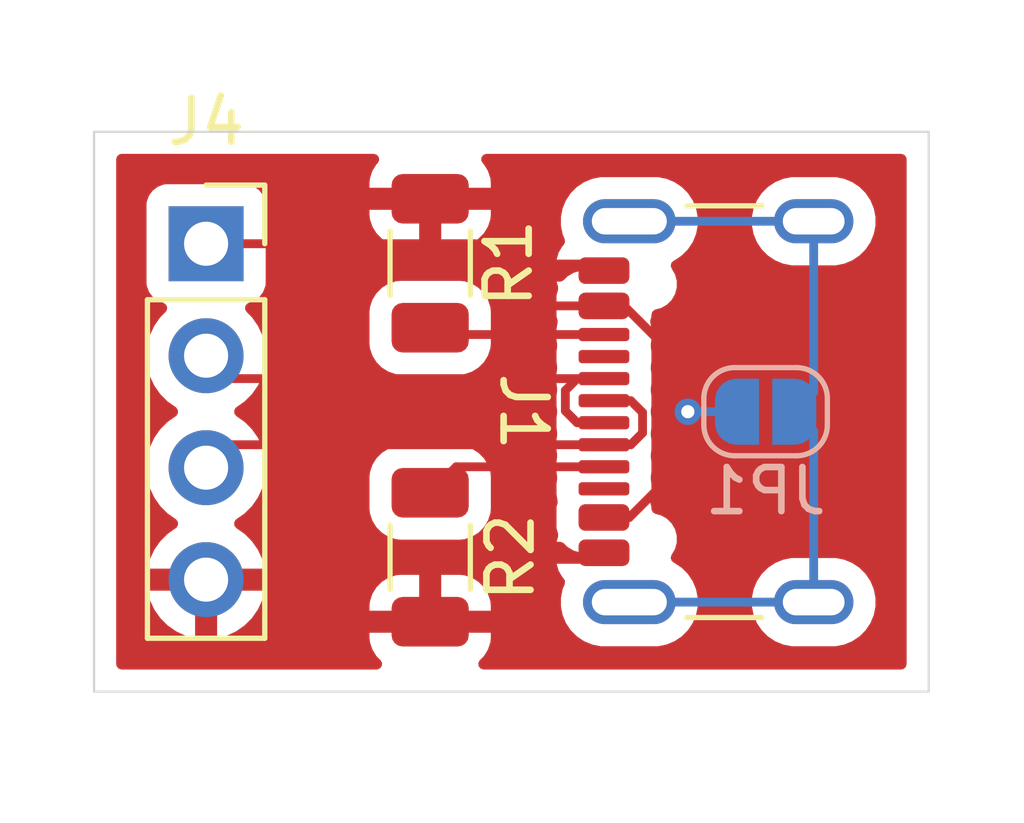
<source format=kicad_pcb>
(kicad_pcb (version 20240108) (generator "pcbnew") (generator_version "8.0")
  (layers (0 "F.Cu" signal) (31 "B.Cu" signal) (34 "B.Paste" user) (35 "F.Paste" user) (36 "B.SilkS" user "B.Silkscreen") (37 "F.SilkS" user "F.Silkscreen") (38 "B.Mask" user) (39 "F.Mask" user) (44 "Edge.Cuts" user))
  (net 0 "")
  (net 1 "V_{USB}")
  (net 2 "GND")
  (net 3 "Net-(J1-SHIELD)")
  (net 4 "USB_D+")
  (net 5 "Net-(J1-CC2)")
  (net 7 "USB_D-")
  (net 8 "Net-(J1-CC1)")
  (footprint "Connector_PinSocket_2.54mm:PinSocket_1x04_P2.54mm_Vertical" (layer "F.Cu") (at 156.21 67.31)
    (property "Reference" "J4" (at 0 -2.77 0) (layer "F.SilkS"))
    (property "Value" "Conn_01x04")
    (fp_line (start -1.33 1.27) (end -1.33 8.95) (stroke (width 0.12)) (layer "F.SilkS"))
    (fp_line (start -1.33 1.27) (end 1.33 1.27) (stroke (width 0.12)) (layer "F.SilkS"))
    (fp_line (start -1.33 8.95) (end 1.33 8.95) (stroke (width 0.12)) (layer "F.SilkS"))
    (fp_line (start 0 -1.33) (end 1.33 -1.33) (stroke (width 0.12)) (layer "F.SilkS"))
    (fp_line (start 1.33 -1.33) (end 1.33 0) (stroke (width 0.12)) (layer "F.SilkS"))
    (fp_line (start 1.33 1.27) (end 1.33 8.95) (stroke (width 0.12)) (layer "F.SilkS"))
    (pad "1" thru_hole rect (at 0 0) (size 1.7 1.7) (drill 1) (layers "*.Cu" "*.Mask") (net 1 "V_{USB}"))
    (pad "2" thru_hole oval (at 0 2.54) (size 1.7 1.7) (drill 1) (layers "*.Cu" "*.Mask") (net 4 "USB_D+"))
    (pad "3" thru_hole oval (at 0 5.08) (size 1.7 1.7) (drill 1) (layers "*.Cu" "*.Mask") (net 7 "USB_D-"))
    (pad "4" thru_hole oval (at 0 7.62) (size 1.7 1.7) (drill 1) (layers "*.Cu" "*.Mask") (net 2 "GND"))
  )
  (footprint "Connector_USB:USB_C_Receptacle_GCT_USB4105-xx-A_16P_TopMnt_Horizontal" (layer "F.Cu") (at 168.91 71.12 90)
    (property "Reference" "J1" (at 0 -5.5 -90) (layer "F.SilkS"))
    (property "Value" "USB_C_Port_USB2.0_16P")
    (fp_line (start 4.67 -0.1) (end 4.67 -1.8) (stroke (width 0.12)) (layer "F.SilkS"))
    (fp_line (start -4.67 -0.1) (end -4.67 -1.8) (stroke (width 0.12)) (layer "F.SilkS"))
    (pad "" np_thru_hole circle (at -2.89 -2.605 90) (size 0.65 0.65) (drill 0.65) (layers "F&B.Cu" "*.Mask"))
    (pad "" np_thru_hole circle (at 2.89 -2.605 90) (size 0.65 0.65) (drill 0.65) (layers "F&B.Cu" "*.Mask"))
    (pad "A1" smd roundrect (at -3.2 -3.68 90) (size 0.6 1.15) (layers "F.Cu" "F.Paste" "F.Mask") (net 2 "GND"))
    (pad "A4" smd roundrect (at -2.4 -3.68 90) (size 0.6 1.15) (layers "F.Cu" "F.Paste" "F.Mask") (net 1 "V_{USB}"))
    (pad "A5" smd roundrect (at -1.25 -3.679999 90) (size 0.3 1.15) (layers "F.Cu" "F.Paste" "F.Mask") (net 8 "Net-(J1-CC1)"))
    (pad "A6" smd roundrect (at -0.25 -3.68 90) (size 0.3 1.15) (layers "F.Cu" "F.Paste" "F.Mask") (net 4 "USB_D+"))
    (pad "A7" smd roundrect (at 0.25 -3.68 90) (size 0.3 1.15) (layers "F.Cu" "F.Paste" "F.Mask") (net 7 "USB_D-"))
    (pad "A8" smd roundrect (at 1.25 -3.679999 90) (size 0.3 1.15) (layers "F.Cu" "F.Paste" "F.Mask"))
    (pad "A9" smd roundrect (at 2.4 -3.68 90) (size 0.6 1.15) (layers "F.Cu" "F.Paste" "F.Mask") (net 1 "V_{USB}"))
    (pad "A12" smd roundrect (at 3.2 -3.68 90) (size 0.6 1.15) (layers "F.Cu" "F.Paste" "F.Mask") (net 2 "GND"))
    (pad "B1" smd roundrect (at 3.2 -3.68 90) (size 0.6 1.15) (layers "F.Cu" "F.Paste" "F.Mask") (net 2 "GND"))
    (pad "B4" smd roundrect (at 2.4 -3.68 90) (size 0.6 1.15) (layers "F.Cu" "F.Paste" "F.Mask") (net 1 "V_{USB}"))
    (pad "B5" smd roundrect (at 1.75 -3.68 90) (size 0.3 1.15) (layers "F.Cu" "F.Paste" "F.Mask") (net 5 "Net-(J1-CC2)"))
    (pad "B6" smd roundrect (at 0.75 -3.68 90) (size 0.3 1.15) (layers "F.Cu" "F.Paste" "F.Mask") (net 4 "USB_D+"))
    (pad "B7" smd roundrect (at -0.75 -3.68 90) (size 0.3 1.15) (layers "F.Cu" "F.Paste" "F.Mask") (net 7 "USB_D-"))
    (pad "B8" smd roundrect (at -1.75 -3.68 90) (size 0.3 1.15) (layers "F.Cu" "F.Paste" "F.Mask"))
    (pad "B9" smd roundrect (at -2.4 -3.68 90) (size 0.6 1.15) (layers "F.Cu" "F.Paste" "F.Mask") (net 1 "V_{USB}"))
    (pad "B12" smd roundrect (at -3.2 -3.68 90) (size 0.6 1.15) (layers "F.Cu" "F.Paste" "F.Mask") (net 2 "GND"))
    (pad "S1" thru_hole oval (at -4.32 -3.105 90) (size 1 2.1) (drill oval 0.6 1.7) (layers "*.Cu" "*.Mask" "F.Paste") (net 3 "Net-(J1-SHIELD)"))
    (pad "S1" thru_hole oval (at -4.32 1.075 90) (size 1 1.8) (drill oval 0.6 1.4) (layers "*.Cu" "*.Mask" "F.Paste") (net 3 "Net-(J1-SHIELD)"))
    (pad "S1" thru_hole oval (at 4.32 -3.105 90) (size 1 2.1) (drill oval 0.6 1.7) (layers "*.Cu" "*.Mask" "F.Paste") (net 3 "Net-(J1-SHIELD)"))
    (pad "S1" thru_hole oval (at 4.32 1.075 90) (size 1 1.8) (drill oval 0.6 1.4) (layers "*.Cu" "*.Mask" "F.Paste") (net 3 "Net-(J1-SHIELD)"))
  )
  (footprint "Resistor_SMD:R_1206_3216Metric" (layer "F.Cu") (at 161.29 67.7525 90)
    (property "Reference" "R1" (at 0 1.778 90) (layer "F.SilkS"))
    (property "Value" "5.1k")
    (fp_line (start -0.727064 -0.91) (end 0.727064 -0.91) (stroke (width 0.12)) (layer "F.SilkS"))
    (fp_line (start -0.727064 0.91) (end 0.727064 0.91) (stroke (width 0.12)) (layer "F.SilkS"))
    (pad "1" smd roundrect (at -1.4625 0 90) (size 1.125 1.75) (layers "F.Cu" "F.Paste" "F.Mask") (roundrect_rratio 0.222222) (net 5 "Net-(J1-CC2)"))
    (pad "2" smd roundrect (at 1.4625 0 90) (size 1.125 1.75) (layers "F.Cu" "F.Paste" "F.Mask") (roundrect_rratio 0.222222) (net 2 "GND"))
  )
  (footprint "Resistor_SMD:R_1206_3216Metric" (layer "F.Cu") (at 161.29 74.422 -90)
    (property "Reference" "R2" (at 0 -1.82 90) (layer "F.SilkS"))
    (property "Value" "5.1k")
    (fp_line (start -0.727064 0.91) (end 0.727064 0.91) (stroke (width 0.12)) (layer "F.SilkS"))
    (fp_line (start -0.727064 -0.91) (end 0.727064 -0.91) (stroke (width 0.12)) (layer "F.SilkS"))
    (pad "1" smd roundrect (at -1.4625 0 270) (size 1.125 1.75) (layers "F.Cu" "F.Paste" "F.Mask") (roundrect_rratio 0.222222) (net 8 "Net-(J1-CC1)"))
    (pad "2" smd roundrect (at 1.4625 0 270) (size 1.125 1.75) (layers "F.Cu" "F.Paste" "F.Mask") (roundrect_rratio 0.222222) (net 2 "GND"))
  )
  (footprint "Jumper:SolderJumper-2_P1.3mm_Open_RoundedPad1.0x1.5mm" (layer "B.Cu") (at 168.895001 71.12)
    (property "Reference" "JP1" (at 0 1.8 360) (layer "B.SilkS") (effects (justify mirror)))
    (property "Value" "Open")
    (fp_line (start -1.4 0.300001) (end -1.4 -0.300001) (stroke (width 0.12)) (layer "B.SilkS"))
    (fp_line (start -0.7 -1) (end 0.7 -1) (stroke (width 0.12)) (layer "B.SilkS"))
    (fp_line (start 0.7 1) (end -0.7 1) (stroke (width 0.12)) (layer "B.SilkS"))
    (fp_line (start 1.4 -0.300001) (end 1.4 0.300001) (stroke (width 0.12)) (layer "B.SilkS"))
    (fp_arc (start -1.4 -0.300001) (mid -1.194975 -0.794975) (end -0.7 -1) (stroke (width 0.12)) (layer "B.SilkS"))
    (fp_arc (start -0.7 1) (mid -1.194975 0.794975) (end -1.4 0.300001) (stroke (width 0.12)) (layer "B.SilkS"))
    (fp_arc (start 0.7 -1) (mid 1.194974 -0.794975) (end 1.4 -0.300001) (stroke (width 0.12)) (layer "B.SilkS"))
    (fp_arc (start 1.4 0.300001) (mid 1.194974 0.794975) (end 0.7 1) (stroke (width 0.12)) (layer "B.SilkS"))
    (pad "1" smd custom (at -0.649999 0) (size 1 0.5) (layers "B.Cu" "B.Mask") (net 2 "GND") (options (clearance outline) (anchor rect)) (primitives (gr_circle (center 0 -0.25) (end 0.5 -0.25) (width 0) (fill yes)) (gr_circle (center 0 0.25) (end 0.5 0.25) (width 0) (fill yes)) (gr_poly (pts (xy 0.5 -0.75) (xy 0 -0.75) (xy 0 0.75) (xy 0.5 0.75)) (width 0) (fill yes))))
    (pad "2" smd custom (at 0.649999 0) (size 1 0.5) (layers "B.Cu" "B.Mask") (net 3 "Net-(J1-SHIELD)") (options (clearance outline) (anchor rect)) (primitives (gr_circle (center 0 -0.25) (end 0.5 -0.25) (width 0) (fill yes)) (gr_circle (center 0 0.25) (end 0.5 0.25) (width 0) (fill yes)) (gr_poly (pts (xy 0 -0.75) (xy -0.5 -0.75) (xy -0.5 0.75) (xy 0 0.75)) (width 0) (fill yes))))
  )
  (gr_poly (pts (xy 172.593 64.77) (xy 172.593 77.47) (xy 153.67 77.469999) (xy 153.67 64.770001)) (stroke (width 0.05)) (fill none) (layer "Edge.Cuts"))
  (segment (start 165.804999 73.52) (end 166.505 72.819999) (width 0.2) (layer "F.Cu") (net 1))
  (segment (start 166.505 72.819999) (end 166.505 69.53759) (width 0.2) (layer "F.Cu") (net 1))
  (segment (start 165.23 73.52) (end 165.804999 73.52) (width 0.2) (layer "F.Cu") (net 1))
  (segment (start 162.306 67.31) (end 163.716 68.72) (width 0.2) (layer "F.Cu") (net 1))
  (segment (start 166.505 69.53759) (end 165.68741 68.72) (width 0.2) (layer "F.Cu") (net 1))
  (segment (start 163.716 68.72) (end 165.23 68.72) (width 0.2) (layer "F.Cu") (net 1))
  (segment (start 156.21 67.31) (end 162.306 67.31) (width 0.2) (layer "F.Cu") (net 1))
  (segment (start 165.68741 68.72) (end 165.23 68.72) (width 0.2) (layer "F.Cu") (net 1))
  (via (at 167.132 71.12) (size 0.6) (drill 0.3) (layers "F.Cu" "B.Cu") (net 2))
  (segment (start 168.245002 71.12) (end 167.132 71.12) (width 0.2) (layer "B.Cu") (net 2))
  (segment (start 165.805 66.8) (end 169.985 66.8) (width 0.2) (layer "B.Cu") (net 3))
  (segment (start 169.985 71.56) (end 169.545 71.12) (width 0.2) (layer "B.Cu") (net 3))
  (segment (start 165.805 75.44) (end 169.985 75.44) (width 0.2) (layer "B.Cu") (net 3))
  (segment (start 169.985 70.68) (end 169.545 71.12) (width 0.2) (layer "B.Cu") (net 3))
  (segment (start 169.985 66.8) (end 169.985 70.68) (width 0.2) (layer "B.Cu") (net 3))
  (segment (start 169.985 75.44) (end 169.985 71.56) (width 0.2) (layer "B.Cu") (net 3))
  (segment (start 165.23 70.37) (end 164.62259 70.37) (width 0.2) (layer "F.Cu") (net 4))
  (segment (start 156.21 69.85) (end 156.73 70.37) (width 0.2) (layer "F.Cu") (net 4))
  (segment (start 164.355 71.10241) (end 164.62259 71.37) (width 0.2) (layer "F.Cu") (net 4))
  (segment (start 164.62259 70.37) (end 164.355 70.63759) (width 0.2) (layer "F.Cu") (net 4))
  (segment (start 156.73 70.37) (end 164.62259 70.37) (width 0.2) (layer "F.Cu") (net 4))
  (segment (start 164.62259 71.37) (end 165.23 71.37) (width 0.2) (layer "F.Cu") (net 4))
  (segment (start 164.355 70.63759) (end 164.355 71.10241) (width 0.2) (layer "F.Cu") (net 4))
  (segment (start 161.445 69.37) (end 161.29 69.215) (width 0.2) (layer "F.Cu") (net 5))
  (segment (start 165.23 69.37) (end 161.445 69.37) (width 0.2) (layer "F.Cu") (net 5))
  (segment (start 165.83741 71.87) (end 165.23 71.87) (width 0.2) (layer "F.Cu") (net 7))
  (segment (start 165.23 70.87) (end 165.83741 70.87) (width 0.2) (layer "F.Cu") (net 7))
  (segment (start 166.105 71.60241) (end 165.83741 71.87) (width 0.2) (layer "F.Cu") (net 7))
  (segment (start 166.105 71.13759) (end 166.105 71.60241) (width 0.2) (layer "F.Cu") (net 7))
  (segment (start 156.73 71.87) (end 156.21 72.39) (width 0.2) (layer "F.Cu") (net 7))
  (segment (start 165.23 71.87) (end 156.73 71.87) (width 0.2) (layer "F.Cu") (net 7))
  (segment (start 165.83741 70.87) (end 166.105 71.13759) (width 0.2) (layer "F.Cu") (net 7))
  (segment (start 161.8795 72.37) (end 161.29 72.9595) (width 0.2) (layer "F.Cu") (net 8))
  (segment (start 165.230001 72.37) (end 161.8795 72.37) (width 0.2) (layer "F.Cu") (net 8))
  (zone (net 2) (net_name "GND") (layer "F.Cu") (connect_pads (clearance 0.5)) (min_thickness 0.25) (fill yes (thermal_gap 0.5) (thermal_bridge_width 0.5))
    (polygon (pts (xy 172.593 64.77) (xy 172.593 77.47) (xy 153.67 77.469999) (xy 153.67 64.770001)))
  )
)
</source>
